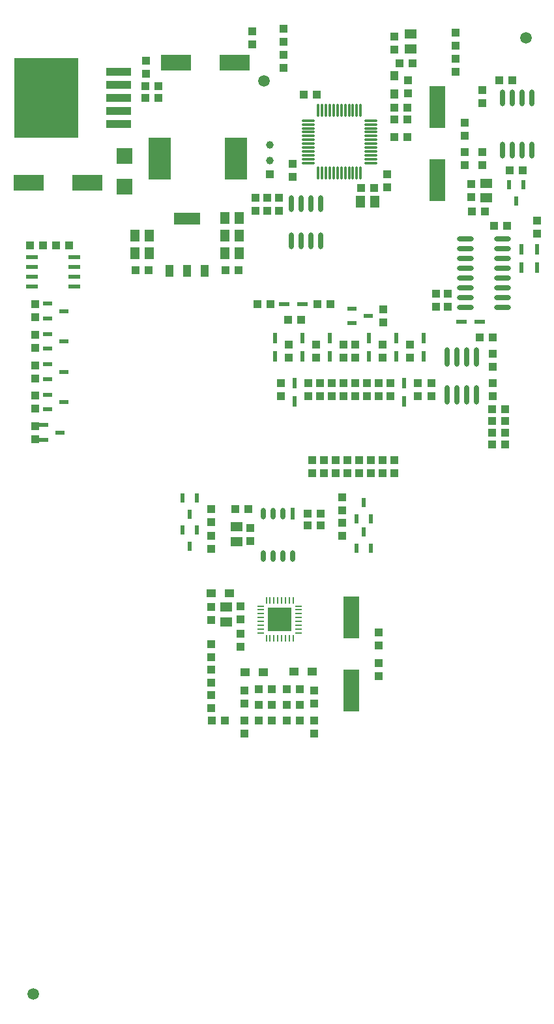
<source format=gtp>
%FSDAX24Y24*%
%MOIN*%
%SFA1B1*%

%IPPOS*%
%ADD11R,0.078700X0.078700*%
%ADD12R,0.078700X0.216500*%
%ADD13R,0.021700X0.057100*%
%ADD14R,0.039400X0.043300*%
%ADD15R,0.039400X0.045300*%
%ADD16C,0.039400*%
%ADD17R,0.039400X0.039400*%
%ADD18R,0.043300X0.039400*%
%ADD19R,0.051200X0.059100*%
%ADD20R,0.043300X0.061000*%
%ADD21R,0.043300X0.061000*%
%ADD22R,0.135800X0.061000*%
%ADD23R,0.126000X0.041300*%
%ADD24R,0.326800X0.411400*%
%ADD25R,0.057100X0.021700*%
%ADD26R,0.051200X0.023600*%
%ADD27O,0.027600X0.098400*%
%ADD28R,0.023600X0.051200*%
%ADD29O,0.086600X0.023600*%
%ADD30O,0.011800X0.070900*%
%ADD31O,0.070900X0.011800*%
%ADD32C,0.059100*%
%ADD33R,0.059100X0.051200*%
%ADD34R,0.122000X0.122000*%
%ADD35O,0.009800X0.033500*%
%ADD36O,0.033500X0.009800*%
%ADD37R,0.045300X0.039400*%
%ADD38R,0.157500X0.078700*%
%ADD39R,0.024000X0.059800*%
%ADD40O,0.024000X0.059800*%
%ADD41R,0.114200X0.212600*%
%ADD42O,0.023600X0.086600*%
%ADD43R,0.059800X0.023600*%
%LNde-290817-1*%
%LPD*%
G54D11*
X019150Y055563D03*
Y057137D03*
G54D12*
X030750Y033570D03*
Y029830D03*
X035150Y059620D03*
Y055880D03*
G54D13*
X029650Y046887D03*
Y047813D03*
X028250Y046887D03*
Y047813D03*
X026850Y046887D03*
Y047813D03*
X033050Y046887D03*
Y047813D03*
X031650Y046887D03*
Y047813D03*
X027850Y045513D03*
Y044587D03*
X033450Y045513D03*
Y044587D03*
X040250Y051437D03*
Y052363D03*
X039450D03*
Y051437D03*
X034450Y046887D03*
Y047813D03*
G54D14*
X028950Y046815D03*
Y047485D03*
X027550Y046815D03*
Y047485D03*
X033750Y046815D03*
Y047485D03*
X032350Y046815D03*
Y047485D03*
X030950Y046815D03*
Y047485D03*
X030350Y046815D03*
Y047485D03*
X027150Y045535D03*
Y044865D03*
X028550D03*
Y045535D03*
X029150Y044865D03*
Y045535D03*
X029750Y044865D03*
Y045535D03*
X030350Y044865D03*
Y045535D03*
X030950Y044865D03*
Y045535D03*
X032150Y044865D03*
Y045535D03*
X031550Y044865D03*
Y045535D03*
X032750Y044865D03*
Y045535D03*
X034150D03*
Y044865D03*
X032600Y056185D03*
Y055515D03*
X025700Y062815D03*
Y063485D03*
X020250Y061315D03*
Y061985D03*
X032400Y048615D03*
Y049285D03*
X014590Y042665D03*
Y043335D03*
Y047315D03*
Y047985D03*
Y045765D03*
Y046435D03*
Y048875D03*
Y049545D03*
Y044215D03*
Y044885D03*
X038000Y044865D03*
Y045535D03*
Y047035D03*
Y046365D03*
X030300Y037715D03*
Y038385D03*
Y039685D03*
Y039015D03*
X023600Y037735D03*
Y037065D03*
Y039085D03*
Y038415D03*
X035100Y049425D03*
Y050095D03*
X035700Y050085D03*
Y049415D03*
X026450Y054315D03*
Y054985D03*
X025850Y054315D03*
Y054985D03*
X027050Y054315D03*
Y054985D03*
X027750Y056065D03*
Y056735D03*
X033650Y060985D03*
Y060315D03*
X037450Y060485D03*
Y059815D03*
Y056665D03*
Y057335D03*
X027300Y062965D03*
Y063635D03*
Y061615D03*
Y062285D03*
X034850Y045535D03*
Y044865D03*
X036100Y062765D03*
Y063435D03*
Y061415D03*
Y062085D03*
X025300Y027615D03*
Y028285D03*
X028850Y027615D03*
Y028285D03*
X025300Y029835D03*
Y029165D03*
X028850Y029835D03*
Y029165D03*
X025100Y034135D03*
Y033465D03*
X023600Y034085D03*
Y033415D03*
Y028915D03*
Y029585D03*
Y030885D03*
Y030215D03*
Y031515D03*
Y032185D03*
X032150Y030565D03*
Y031235D03*
Y032785D03*
Y032115D03*
X028750Y041585D03*
Y040915D03*
X029350Y041585D03*
Y040915D03*
X029950Y041585D03*
Y040915D03*
X030550Y041585D03*
Y040915D03*
X031150Y041585D03*
Y040915D03*
X031750Y041585D03*
Y040915D03*
X032350Y041585D03*
Y040915D03*
X032950Y041585D03*
Y040915D03*
X025100Y032065D03*
Y032735D03*
X025600Y037465D03*
Y038135D03*
X032950Y062565D03*
Y063235D03*
X036550Y057335D03*
Y056665D03*
Y058165D03*
Y058835D03*
X036900Y055685D03*
Y055015D03*
X040250Y053165D03*
Y053835D03*
G54D15*
X032950Y061213D03*
Y060287D03*
G54D16*
X026600Y057700D03*
Y056900D03*
G54D17*
X026600Y056200D03*
G54D18*
X038315Y061000D03*
X038985D03*
X020385Y051300D03*
X019715D03*
X020215Y060100D03*
X020885D03*
X020215Y060700D03*
X020885D03*
X025965Y049550D03*
X026635D03*
X028185Y048750D03*
X027515D03*
X029685Y049550D03*
X029015D03*
X015665Y052550D03*
X016335D03*
X037315Y047850D03*
X037985D03*
X037965Y043600D03*
X038635D03*
X037965Y043000D03*
X038635D03*
X037965Y042400D03*
X038635D03*
X037965Y044200D03*
X038635D03*
X038065Y053550D03*
X038735D03*
X032965Y059000D03*
X033635D03*
X032965Y059600D03*
X033635D03*
X031935Y055500D03*
X031265D03*
X028315Y060250D03*
X028985D03*
X033635Y058100D03*
X032965D03*
X028515Y038850D03*
X029185D03*
Y038250D03*
X028515D03*
X026015Y028304D03*
X026685D03*
X027445D03*
X028115D03*
X026015Y029100D03*
X026685D03*
X027445D03*
X028115D03*
X026015Y029900D03*
X026685D03*
X027445D03*
X028115D03*
X023615Y028300D03*
X024285D03*
X024315Y051300D03*
X024985D03*
X025485Y039100D03*
X024815D03*
X037585Y054300D03*
X036915D03*
X014985Y052550D03*
X014315D03*
X038865Y056400D03*
X039535D03*
X033225Y061840D03*
X033895D03*
G54D19*
X020424Y053050D03*
X019676D03*
X020424Y052150D03*
X019676D03*
X031974Y054800D03*
X031226D03*
X024276Y052150D03*
X025024D03*
X024276Y053050D03*
X025024D03*
X024276Y053950D03*
X025024D03*
G54D20*
X021444Y051271D03*
G54D21*
X022350Y051271D03*
X023256D03*
G54D22*
X022350Y053929D03*
G54D23*
X018862Y058761D03*
Y059431D03*
Y060100D03*
Y060769D03*
Y061439D03*
G54D24*
X015142Y060100D03*
G54D25*
X027337Y049550D03*
X028263D03*
X036387Y048650D03*
X037313D03*
G54D26*
X030787Y049324D03*
Y048576D03*
X031613Y048950D03*
X015217Y048024D03*
Y047276D03*
X016043Y047650D03*
X015217Y046474D03*
Y045726D03*
X016043Y046100D03*
X015217Y049574D03*
Y048826D03*
X016043Y049200D03*
X015217Y044924D03*
Y044176D03*
X016043Y044550D03*
X015037Y043374D03*
Y042626D03*
X015863Y043000D03*
G54D27*
X035650Y044935D03*
X036150D03*
X036650D03*
X037150D03*
X035650Y046865D03*
X036150D03*
X036650D03*
X037150D03*
G54D28*
X022874Y038013D03*
X022126D03*
X022500Y037187D03*
X031026Y037087D03*
X031774D03*
X031400Y037913D03*
X031026Y038587D03*
X031774D03*
X031400Y039413D03*
X022874Y039663D03*
X022126D03*
X022500Y038837D03*
X039574Y055663D03*
X038826D03*
X039200Y054837D03*
G54D29*
X038495Y049400D03*
Y049900D03*
Y050400D03*
Y050900D03*
Y051400D03*
Y051900D03*
Y052400D03*
Y052900D03*
X036605Y049400D03*
Y049900D03*
Y050400D03*
Y050900D03*
Y051400D03*
Y051900D03*
Y052400D03*
Y052900D03*
G54D30*
X031233Y056256D03*
X031036D03*
X030839D03*
X030642D03*
X030445D03*
X030248D03*
X030052D03*
X029855D03*
X029658D03*
X029461D03*
X029264D03*
X029067D03*
Y059444D03*
X029264D03*
X029461D03*
X029658D03*
X029855D03*
X030052D03*
X030248D03*
X030445D03*
X030642D03*
X030839D03*
X031036D03*
X031233D03*
G54D31*
X028556Y056767D03*
Y056964D03*
Y057161D03*
Y057358D03*
Y057555D03*
Y057752D03*
Y057948D03*
Y058145D03*
Y058342D03*
Y058539D03*
Y058736D03*
Y058933D03*
X031744D03*
Y058736D03*
Y058539D03*
Y058342D03*
Y058145D03*
Y057948D03*
Y057752D03*
Y057555D03*
Y057358D03*
Y057161D03*
Y056964D03*
Y056767D03*
G54D32*
X026300Y060950D03*
X039678Y063150D03*
X014481Y014331D03*
G54D33*
X024350Y034074D03*
Y033326D03*
X024900Y038174D03*
Y037426D03*
X033780Y063354D03*
Y062606D03*
X037650Y054976D03*
Y055724D03*
G54D34*
X027100Y033450D03*
G54D35*
X026411Y034424D03*
X026608D03*
X026805D03*
X027002D03*
X027198D03*
X027395D03*
X027592D03*
X027789D03*
Y032476D03*
X027592D03*
X027395D03*
X027198D03*
X027002D03*
X026805D03*
X026608D03*
X026411D03*
G54D36*
X028074Y034139D03*
Y033942D03*
Y033745D03*
Y033548D03*
Y033352D03*
Y033155D03*
Y032958D03*
Y032761D03*
X026126D03*
Y032958D03*
Y033155D03*
Y033352D03*
Y033548D03*
Y033745D03*
Y033942D03*
Y034139D03*
G54D37*
X023587Y034800D03*
X024513D03*
X026263Y030750D03*
X025337D03*
X027837Y030800D03*
X028763D03*
G54D38*
X021804Y061900D03*
X024796D03*
X014254Y055750D03*
X017246D03*
G54D39*
X027750Y038850D03*
G54D40*
X027250Y038850D03*
X026750D03*
X026250D03*
X027750Y036685D03*
X027250D03*
X026750D03*
X026250D03*
G54D41*
X024849Y057000D03*
X020951D03*
G54D42*
X038500Y057411D03*
X039000D03*
X039500D03*
X040000D03*
X038500Y060089D03*
X039000D03*
X039500D03*
X040000D03*
X027700Y052805D03*
X028200D03*
X028700D03*
X029200D03*
X027700Y054695D03*
X028200D03*
X028700D03*
X029200D03*
G54D43*
X016579Y050450D03*
Y050950D03*
Y051450D03*
Y051950D03*
X014421Y050450D03*
Y050950D03*
Y051450D03*
Y051950D03*
M02*
</source>
